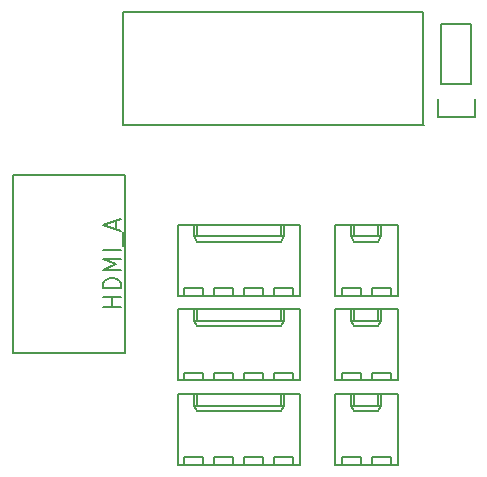
<source format=gbr>
G04 #@! TF.FileFunction,Legend,Top*
%FSLAX46Y46*%
G04 Gerber Fmt 4.6, Leading zero omitted, Abs format (unit mm)*
G04 Created by KiCad (PCBNEW 4.0.2-stable) date Monday, September 10, 2018 'AMt' 08:27:29 AM*
%MOMM*%
G01*
G04 APERTURE LIST*
%ADD10C,0.050000*%
%ADD11C,0.200000*%
%ADD12C,0.203200*%
%ADD13C,0.150000*%
G04 APERTURE END LIST*
D10*
D11*
X136271000Y-71958200D02*
X136271000Y-62484000D01*
X110871000Y-72009000D02*
X136321800Y-72085200D01*
X110871000Y-72009000D02*
X110871000Y-62509400D01*
X136271000Y-62484000D02*
X110871000Y-62484000D01*
D12*
X111012000Y-76320000D02*
X111012000Y-91320000D01*
X101512000Y-76320000D02*
X111012000Y-76320000D01*
X101512000Y-91320000D02*
X111012000Y-91320000D01*
X101512000Y-91320000D02*
X101512000Y-76320000D01*
D13*
X140335000Y-68580000D02*
X140335000Y-63500000D01*
X140335000Y-63500000D02*
X137795000Y-63500000D01*
X137795000Y-63500000D02*
X137795000Y-68580000D01*
X137515000Y-71400000D02*
X137515000Y-69850000D01*
X137795000Y-68580000D02*
X140335000Y-68580000D01*
X140615000Y-69850000D02*
X140615000Y-71400000D01*
X140615000Y-71400000D02*
X137515000Y-71400000D01*
X125830000Y-86484400D02*
X125830000Y-80484400D01*
X125830000Y-80484400D02*
X115470000Y-80484400D01*
X115470000Y-80484400D02*
X115470000Y-86484400D01*
X115470000Y-86484400D02*
X125830000Y-86484400D01*
X124460000Y-80484400D02*
X124460000Y-81484400D01*
X124460000Y-81484400D02*
X116840000Y-81484400D01*
X116840000Y-81484400D02*
X116840000Y-80484400D01*
X124460000Y-81484400D02*
X124210000Y-81914400D01*
X124210000Y-81914400D02*
X117090000Y-81914400D01*
X117090000Y-81914400D02*
X116840000Y-81484400D01*
X124210000Y-80484400D02*
X124210000Y-81484400D01*
X117090000Y-80484400D02*
X117090000Y-81484400D01*
X125260000Y-86484400D02*
X125260000Y-85864400D01*
X125260000Y-85864400D02*
X123660000Y-85864400D01*
X123660000Y-85864400D02*
X123660000Y-86484400D01*
X122720000Y-86484400D02*
X122720000Y-85864400D01*
X122720000Y-85864400D02*
X121120000Y-85864400D01*
X121120000Y-85864400D02*
X121120000Y-86484400D01*
X120180000Y-86484400D02*
X120180000Y-85864400D01*
X120180000Y-85864400D02*
X118580000Y-85864400D01*
X118580000Y-85864400D02*
X118580000Y-86484400D01*
X117640000Y-86484400D02*
X117640000Y-85864400D01*
X117640000Y-85864400D02*
X116040000Y-85864400D01*
X116040000Y-85864400D02*
X116040000Y-86484400D01*
X125830000Y-93647200D02*
X125830000Y-87647200D01*
X125830000Y-87647200D02*
X115470000Y-87647200D01*
X115470000Y-87647200D02*
X115470000Y-93647200D01*
X115470000Y-93647200D02*
X125830000Y-93647200D01*
X124460000Y-87647200D02*
X124460000Y-88647200D01*
X124460000Y-88647200D02*
X116840000Y-88647200D01*
X116840000Y-88647200D02*
X116840000Y-87647200D01*
X124460000Y-88647200D02*
X124210000Y-89077200D01*
X124210000Y-89077200D02*
X117090000Y-89077200D01*
X117090000Y-89077200D02*
X116840000Y-88647200D01*
X124210000Y-87647200D02*
X124210000Y-88647200D01*
X117090000Y-87647200D02*
X117090000Y-88647200D01*
X125260000Y-93647200D02*
X125260000Y-93027200D01*
X125260000Y-93027200D02*
X123660000Y-93027200D01*
X123660000Y-93027200D02*
X123660000Y-93647200D01*
X122720000Y-93647200D02*
X122720000Y-93027200D01*
X122720000Y-93027200D02*
X121120000Y-93027200D01*
X121120000Y-93027200D02*
X121120000Y-93647200D01*
X120180000Y-93647200D02*
X120180000Y-93027200D01*
X120180000Y-93027200D02*
X118580000Y-93027200D01*
X118580000Y-93027200D02*
X118580000Y-93647200D01*
X117640000Y-93647200D02*
X117640000Y-93027200D01*
X117640000Y-93027200D02*
X116040000Y-93027200D01*
X116040000Y-93027200D02*
X116040000Y-93647200D01*
X125830000Y-100810000D02*
X125830000Y-94810000D01*
X125830000Y-94810000D02*
X115470000Y-94810000D01*
X115470000Y-94810000D02*
X115470000Y-100810000D01*
X115470000Y-100810000D02*
X125830000Y-100810000D01*
X124460000Y-94810000D02*
X124460000Y-95810000D01*
X124460000Y-95810000D02*
X116840000Y-95810000D01*
X116840000Y-95810000D02*
X116840000Y-94810000D01*
X124460000Y-95810000D02*
X124210000Y-96240000D01*
X124210000Y-96240000D02*
X117090000Y-96240000D01*
X117090000Y-96240000D02*
X116840000Y-95810000D01*
X124210000Y-94810000D02*
X124210000Y-95810000D01*
X117090000Y-94810000D02*
X117090000Y-95810000D01*
X125260000Y-100810000D02*
X125260000Y-100190000D01*
X125260000Y-100190000D02*
X123660000Y-100190000D01*
X123660000Y-100190000D02*
X123660000Y-100810000D01*
X122720000Y-100810000D02*
X122720000Y-100190000D01*
X122720000Y-100190000D02*
X121120000Y-100190000D01*
X121120000Y-100190000D02*
X121120000Y-100810000D01*
X120180000Y-100810000D02*
X120180000Y-100190000D01*
X120180000Y-100190000D02*
X118580000Y-100190000D01*
X118580000Y-100190000D02*
X118580000Y-100810000D01*
X117640000Y-100810000D02*
X117640000Y-100190000D01*
X117640000Y-100190000D02*
X116040000Y-100190000D01*
X116040000Y-100190000D02*
X116040000Y-100810000D01*
X134085000Y-86484400D02*
X134085000Y-80484400D01*
X134085000Y-80484400D02*
X128805000Y-80484400D01*
X128805000Y-80484400D02*
X128805000Y-86484400D01*
X128805000Y-86484400D02*
X134085000Y-86484400D01*
X132715000Y-80484400D02*
X132715000Y-81484400D01*
X132715000Y-81484400D02*
X130175000Y-81484400D01*
X130175000Y-81484400D02*
X130175000Y-80484400D01*
X132715000Y-81484400D02*
X132465000Y-81914400D01*
X132465000Y-81914400D02*
X130425000Y-81914400D01*
X130425000Y-81914400D02*
X130175000Y-81484400D01*
X132465000Y-80484400D02*
X132465000Y-81484400D01*
X130425000Y-80484400D02*
X130425000Y-81484400D01*
X133515000Y-86484400D02*
X133515000Y-85864400D01*
X133515000Y-85864400D02*
X131915000Y-85864400D01*
X131915000Y-85864400D02*
X131915000Y-86484400D01*
X130975000Y-86484400D02*
X130975000Y-85864400D01*
X130975000Y-85864400D02*
X129375000Y-85864400D01*
X129375000Y-85864400D02*
X129375000Y-86484400D01*
X134085000Y-93647200D02*
X134085000Y-87647200D01*
X134085000Y-87647200D02*
X128805000Y-87647200D01*
X128805000Y-87647200D02*
X128805000Y-93647200D01*
X128805000Y-93647200D02*
X134085000Y-93647200D01*
X132715000Y-87647200D02*
X132715000Y-88647200D01*
X132715000Y-88647200D02*
X130175000Y-88647200D01*
X130175000Y-88647200D02*
X130175000Y-87647200D01*
X132715000Y-88647200D02*
X132465000Y-89077200D01*
X132465000Y-89077200D02*
X130425000Y-89077200D01*
X130425000Y-89077200D02*
X130175000Y-88647200D01*
X132465000Y-87647200D02*
X132465000Y-88647200D01*
X130425000Y-87647200D02*
X130425000Y-88647200D01*
X133515000Y-93647200D02*
X133515000Y-93027200D01*
X133515000Y-93027200D02*
X131915000Y-93027200D01*
X131915000Y-93027200D02*
X131915000Y-93647200D01*
X130975000Y-93647200D02*
X130975000Y-93027200D01*
X130975000Y-93027200D02*
X129375000Y-93027200D01*
X129375000Y-93027200D02*
X129375000Y-93647200D01*
X134085000Y-100810000D02*
X134085000Y-94810000D01*
X134085000Y-94810000D02*
X128805000Y-94810000D01*
X128805000Y-94810000D02*
X128805000Y-100810000D01*
X128805000Y-100810000D02*
X134085000Y-100810000D01*
X132715000Y-94810000D02*
X132715000Y-95810000D01*
X132715000Y-95810000D02*
X130175000Y-95810000D01*
X130175000Y-95810000D02*
X130175000Y-94810000D01*
X132715000Y-95810000D02*
X132465000Y-96240000D01*
X132465000Y-96240000D02*
X130425000Y-96240000D01*
X130425000Y-96240000D02*
X130175000Y-95810000D01*
X132465000Y-94810000D02*
X132465000Y-95810000D01*
X130425000Y-94810000D02*
X130425000Y-95810000D01*
X133515000Y-100810000D02*
X133515000Y-100190000D01*
X133515000Y-100190000D02*
X131915000Y-100190000D01*
X131915000Y-100190000D02*
X131915000Y-100810000D01*
X130975000Y-100810000D02*
X130975000Y-100190000D01*
X130975000Y-100190000D02*
X129375000Y-100190000D01*
X129375000Y-100190000D02*
X129375000Y-100810000D01*
X110660571Y-87427143D02*
X109160571Y-87427143D01*
X109874857Y-87427143D02*
X109874857Y-86570000D01*
X110660571Y-86570000D02*
X109160571Y-86570000D01*
X110660571Y-85855714D02*
X109160571Y-85855714D01*
X109160571Y-85498571D01*
X109232000Y-85284286D01*
X109374857Y-85141428D01*
X109517714Y-85070000D01*
X109803429Y-84998571D01*
X110017714Y-84998571D01*
X110303429Y-85070000D01*
X110446286Y-85141428D01*
X110589143Y-85284286D01*
X110660571Y-85498571D01*
X110660571Y-85855714D01*
X110660571Y-84355714D02*
X109160571Y-84355714D01*
X110232000Y-83855714D01*
X109160571Y-83355714D01*
X110660571Y-83355714D01*
X110660571Y-82641428D02*
X109160571Y-82641428D01*
X110803429Y-82284285D02*
X110803429Y-81141428D01*
X110232000Y-80855714D02*
X110232000Y-80141428D01*
X110660571Y-80998571D02*
X109160571Y-80498571D01*
X110660571Y-79998571D01*
M02*

</source>
